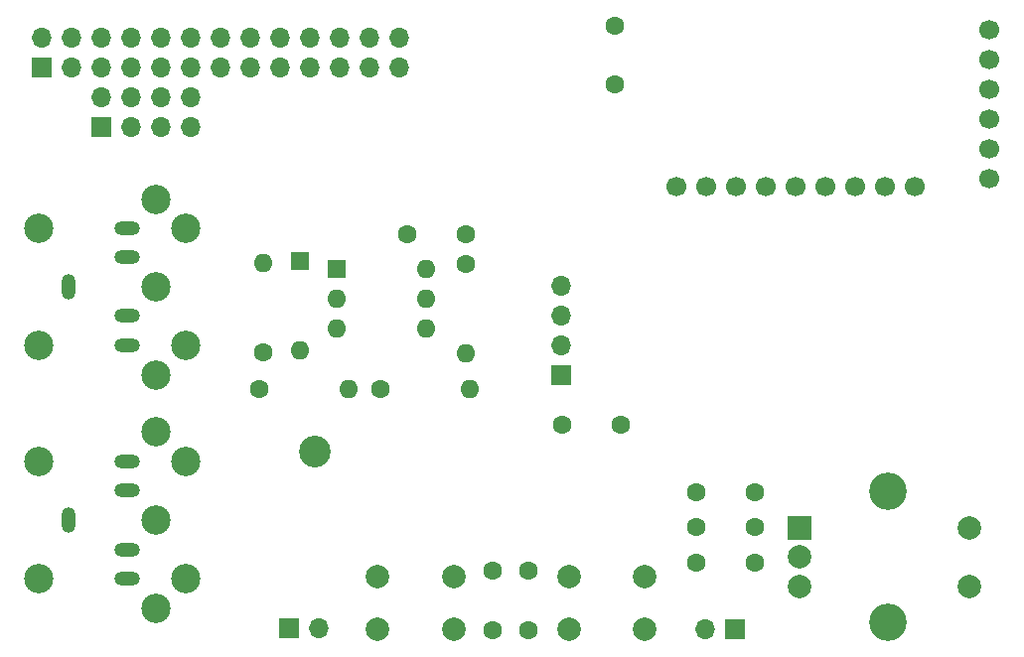
<source format=gts>
G04 #@! TF.GenerationSoftware,KiCad,Pcbnew,(6.0.5)*
G04 #@! TF.CreationDate,2022-12-20T10:26:33+00:00*
G04 #@! TF.ProjectId,RPi-V1-MiniDexed-IOBoard,5250692d-5631-42d4-9d69-6e6944657865,rev?*
G04 #@! TF.SameCoordinates,Original*
G04 #@! TF.FileFunction,Soldermask,Top*
G04 #@! TF.FilePolarity,Negative*
%FSLAX46Y46*%
G04 Gerber Fmt 4.6, Leading zero omitted, Abs format (unit mm)*
G04 Created by KiCad (PCBNEW (6.0.5)) date 2022-12-20 10:26:33*
%MOMM*%
%LPD*%
G01*
G04 APERTURE LIST*
%ADD10C,1.600000*%
%ADD11R,1.700000X1.700000*%
%ADD12O,1.700000X1.700000*%
%ADD13C,1.700000*%
%ADD14O,2.200000X1.200000*%
%ADD15O,1.200000X2.200000*%
%ADD16O,1.600000X1.600000*%
%ADD17R,2.000000X2.000000*%
%ADD18C,2.000000*%
%ADD19C,3.200000*%
%ADD20C,2.499360*%
%ADD21R,1.600000X1.600000*%
%ADD22C,2.700000*%
G04 APERTURE END LIST*
D10*
X184190000Y-178210000D03*
X184190000Y-173210000D03*
D11*
X166785000Y-178120000D03*
D12*
X169325000Y-178120000D03*
D13*
X226522000Y-139764200D03*
X226522000Y-137224200D03*
X226522000Y-134684200D03*
X226522000Y-132144200D03*
X226522000Y-129604200D03*
X226522000Y-127064200D03*
X199852000Y-140399200D03*
X202392000Y-140399200D03*
X204932000Y-140399200D03*
X207472000Y-140399200D03*
X210012000Y-140399200D03*
X212552000Y-140399200D03*
X215092000Y-140399200D03*
X217632000Y-140399200D03*
X220172000Y-140399200D03*
D14*
X153000000Y-143930000D03*
X153000000Y-146430000D03*
D15*
X148000000Y-148930000D03*
D14*
X153000000Y-153930000D03*
X153000000Y-151430000D03*
D10*
X174625000Y-157632400D03*
D16*
X182245000Y-157632400D03*
D10*
X164261800Y-157632400D03*
D16*
X171881800Y-157632400D03*
D17*
X210330000Y-169490000D03*
D18*
X210330000Y-174490000D03*
X210330000Y-171990000D03*
D19*
X217830000Y-177590000D03*
X217830000Y-166390000D03*
D18*
X224830000Y-174490000D03*
X224830000Y-169490000D03*
D20*
X145502300Y-153971260D03*
X145502300Y-143968740D03*
X155497200Y-156468080D03*
X155499740Y-148970000D03*
X155497200Y-141471920D03*
X157999100Y-153966180D03*
X157999100Y-143973820D03*
D10*
X164592000Y-154533600D03*
D16*
X164592000Y-146913600D03*
D21*
X167767000Y-146786600D03*
D16*
X167767000Y-154406600D03*
D10*
X206500000Y-169470000D03*
X201500000Y-169470000D03*
X187210000Y-178210000D03*
X187210000Y-173210000D03*
X195070000Y-160730000D03*
X190070000Y-160730000D03*
X206500000Y-166470000D03*
X201500000Y-166470000D03*
D14*
X153000000Y-163850000D03*
X153000000Y-166350000D03*
D15*
X148000000Y-168850000D03*
D14*
X153000000Y-173850000D03*
X153000000Y-171350000D03*
D11*
X204855000Y-178190000D03*
D12*
X202315000Y-178190000D03*
D11*
X190040000Y-156490000D03*
D12*
X190040000Y-153950000D03*
X190040000Y-151410000D03*
X190040000Y-148870000D03*
D10*
X181889400Y-146964400D03*
D16*
X181889400Y-154584400D03*
D20*
X145502300Y-163848740D03*
X145502300Y-173851260D03*
X155497200Y-176348080D03*
X155499740Y-168850000D03*
X155497200Y-161351920D03*
X157999100Y-173846180D03*
X157999100Y-163853820D03*
D18*
X197150000Y-173700000D03*
X190650000Y-173700000D03*
X190650000Y-178200000D03*
X197150000Y-178200000D03*
D10*
X181900000Y-144440000D03*
X176900000Y-144440000D03*
D21*
X170850400Y-147411600D03*
D16*
X170850400Y-149951600D03*
X170850400Y-152491600D03*
X178470400Y-152491600D03*
X178470400Y-149951600D03*
X178470400Y-147411600D03*
D18*
X174330000Y-173700000D03*
X180830000Y-173700000D03*
X174330000Y-178200000D03*
X180830000Y-178200000D03*
D10*
X194614800Y-126644400D03*
X194614800Y-131644400D03*
D22*
X169000000Y-163000000D03*
D10*
X206500000Y-172470000D03*
X201500000Y-172470000D03*
D11*
X145755360Y-130279140D03*
D12*
X145755360Y-127739140D03*
X148295360Y-130279140D03*
X148295360Y-127739140D03*
X150835360Y-130279140D03*
X150835360Y-127739140D03*
X153375360Y-130279140D03*
X153375360Y-127739140D03*
X155915360Y-130279140D03*
X155915360Y-127739140D03*
X158455360Y-130279140D03*
X158455360Y-127739140D03*
X160995360Y-130279140D03*
X160995360Y-127739140D03*
X163535360Y-130279140D03*
X163535360Y-127739140D03*
X166075360Y-130279140D03*
X166075360Y-127739140D03*
X168615360Y-130279140D03*
X168615360Y-127739140D03*
X171155360Y-130279140D03*
X171155360Y-127739140D03*
X173695360Y-130279140D03*
X173695360Y-127739140D03*
X176235360Y-130279140D03*
X176235360Y-127739140D03*
D11*
X150835360Y-135359140D03*
D12*
X150835360Y-132819140D03*
X153375360Y-135359140D03*
X153375360Y-132819140D03*
X155915360Y-135359140D03*
X155915360Y-132819140D03*
X158455360Y-135359140D03*
X158455360Y-132819140D03*
M02*

</source>
